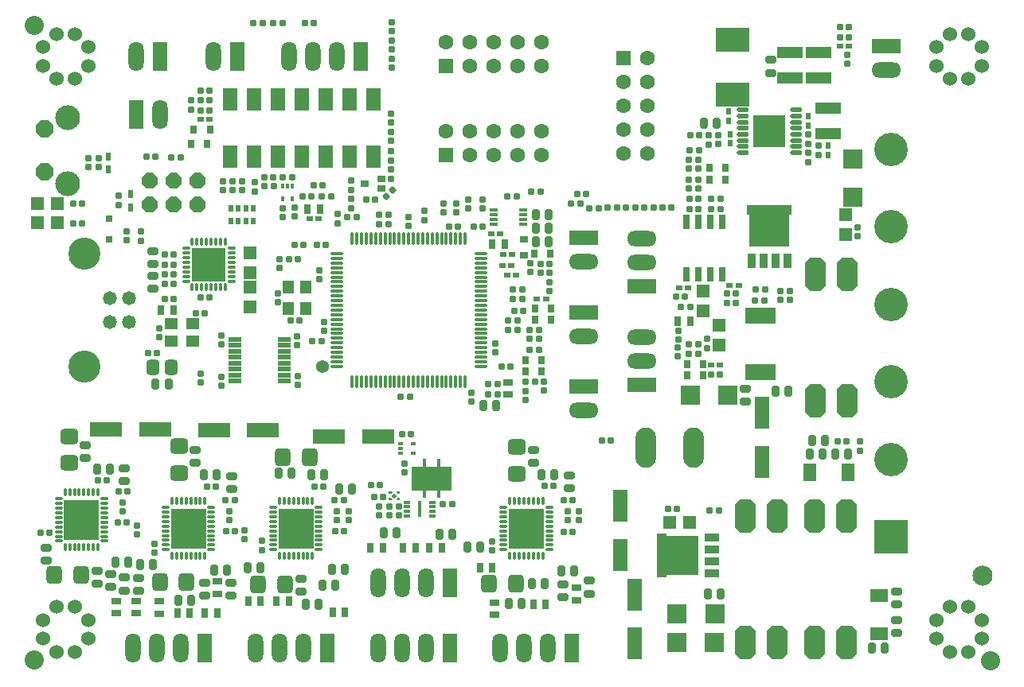
<source format=gts>
G04*
G04 #@! TF.GenerationSoftware,Altium Limited,Altium Designer,21.0.8 (223)*
G04*
G04 Layer_Color=8388736*
%FSLAX25Y25*%
%MOIN*%
G70*
G04*
G04 #@! TF.SameCoordinates,9996C82E-4A36-4C5B-9496-8E533FBA6DEC*
G04*
G04*
G04 #@! TF.FilePolarity,Negative*
G04*
G01*
G75*
%ADD18C,0.03000*%
%ADD101C,0.06306*%
%ADD102R,0.04600X0.01300*%
%ADD103R,0.05300X0.01700*%
%ADD104R,0.16800X0.10400*%
%ADD105O,0.05124X0.01975*%
%ADD106R,0.13392X0.13392*%
%ADD107R,0.13900X0.09900*%
%ADD108R,0.10636X0.04731*%
%ADD109R,0.02368X0.02565*%
G04:AMPARAMS|DCode=110|XSize=26mil|YSize=28mil|CornerRadius=6.4mil|HoleSize=0mil|Usage=FLASHONLY|Rotation=90.000|XOffset=0mil|YOffset=0mil|HoleType=Round|Shape=RoundedRectangle|*
%AMROUNDEDRECTD110*
21,1,0.02600,0.01520,0,0,90.0*
21,1,0.01320,0.02800,0,0,90.0*
1,1,0.01280,0.00760,0.00660*
1,1,0.01280,0.00760,-0.00660*
1,1,0.01280,-0.00760,-0.00660*
1,1,0.01280,-0.00760,0.00660*
%
%ADD110ROUNDEDRECTD110*%
G04:AMPARAMS|DCode=111|XSize=26mil|YSize=28mil|CornerRadius=6.4mil|HoleSize=0mil|Usage=FLASHONLY|Rotation=0.000|XOffset=0mil|YOffset=0mil|HoleType=Round|Shape=RoundedRectangle|*
%AMROUNDEDRECTD111*
21,1,0.02600,0.01520,0,0,0.0*
21,1,0.01320,0.02800,0,0,0.0*
1,1,0.01280,0.00660,-0.00760*
1,1,0.01280,-0.00660,-0.00760*
1,1,0.01280,-0.00660,0.00760*
1,1,0.01280,0.00660,0.00760*
%
%ADD111ROUNDEDRECTD111*%
G04:AMPARAMS|DCode=112|XSize=33.13mil|YSize=43.37mil|CornerRadius=7.83mil|HoleSize=0mil|Usage=FLASHONLY|Rotation=90.000|XOffset=0mil|YOffset=0mil|HoleType=Round|Shape=RoundedRectangle|*
%AMROUNDEDRECTD112*
21,1,0.03313,0.02772,0,0,90.0*
21,1,0.01748,0.04337,0,0,90.0*
1,1,0.01565,0.01386,0.00874*
1,1,0.01565,0.01386,-0.00874*
1,1,0.01565,-0.01386,-0.00874*
1,1,0.01565,-0.01386,0.00874*
%
%ADD112ROUNDEDRECTD112*%
G04:AMPARAMS|DCode=113|XSize=33.13mil|YSize=43.37mil|CornerRadius=7.83mil|HoleSize=0mil|Usage=FLASHONLY|Rotation=0.000|XOffset=0mil|YOffset=0mil|HoleType=Round|Shape=RoundedRectangle|*
%AMROUNDEDRECTD113*
21,1,0.03313,0.02772,0,0,0.0*
21,1,0.01748,0.04337,0,0,0.0*
1,1,0.01565,0.00874,-0.01386*
1,1,0.01565,-0.00874,-0.01386*
1,1,0.01565,-0.00874,0.01386*
1,1,0.01565,0.00874,0.01386*
%
%ADD113ROUNDEDRECTD113*%
%ADD114R,0.02565X0.02368*%
%ADD115R,0.03038X0.03865*%
%ADD116R,0.03200X0.06000*%
%ADD117R,0.06000X0.03200*%
G04:AMPARAMS|DCode=118|XSize=26mil|YSize=28mil|CornerRadius=6.4mil|HoleSize=0mil|Usage=FLASHONLY|Rotation=225.000|XOffset=0mil|YOffset=0mil|HoleType=Round|Shape=RoundedRectangle|*
%AMROUNDEDRECTD118*
21,1,0.02600,0.01520,0,0,225.0*
21,1,0.01320,0.02800,0,0,225.0*
1,1,0.01280,-0.01004,0.00071*
1,1,0.01280,-0.00071,0.01004*
1,1,0.01280,0.01004,-0.00071*
1,1,0.01280,0.00071,-0.01004*
%
%ADD118ROUNDEDRECTD118*%
%ADD119R,0.06306X0.09573*%
%ADD120R,0.03550X0.01565*%
%ADD121R,0.05833X0.07487*%
%ADD122R,0.02400X0.03200*%
%ADD123R,0.05400X0.01900*%
%ADD124R,0.08300X0.08300*%
G04:AMPARAMS|DCode=125|XSize=80mil|YSize=80mil|CornerRadius=40mil|HoleSize=0mil|Usage=FLASHONLY|Rotation=0.000|XOffset=0mil|YOffset=0mil|HoleType=Round|Shape=RoundedRectangle|*
%AMROUNDEDRECTD125*
21,1,0.08000,0.00000,0,0,0.0*
21,1,0.00000,0.08000,0,0,0.0*
1,1,0.08000,0.00000,0.00000*
1,1,0.08000,0.00000,0.00000*
1,1,0.08000,0.00000,0.00000*
1,1,0.08000,0.00000,0.00000*
%
%ADD125ROUNDEDRECTD125*%
%ADD126R,0.13000X0.06700*%
G04:AMPARAMS|DCode=127|XSize=56mil|YSize=64mil|CornerRadius=15mil|HoleSize=0mil|Usage=FLASHONLY|Rotation=180.000|XOffset=0mil|YOffset=0mil|HoleType=Round|Shape=RoundedRectangle|*
%AMROUNDEDRECTD127*
21,1,0.05600,0.03400,0,0,180.0*
21,1,0.02600,0.06400,0,0,180.0*
1,1,0.03000,-0.01300,0.01700*
1,1,0.03000,0.01300,0.01700*
1,1,0.03000,0.01300,-0.01700*
1,1,0.03000,-0.01300,-0.01700*
%
%ADD127ROUNDEDRECTD127*%
%ADD128R,0.05600X0.04600*%
%ADD129R,0.02400X0.03000*%
%ADD130O,0.01384X0.05518*%
%ADD131O,0.05518X0.01384*%
%ADD132R,0.02800X0.02800*%
%ADD133C,0.06000*%
G04:AMPARAMS|DCode=134|XSize=67mil|YSize=75mil|CornerRadius=17.75mil|HoleSize=0mil|Usage=FLASHONLY|Rotation=90.000|XOffset=0mil|YOffset=0mil|HoleType=Round|Shape=RoundedRectangle|*
%AMROUNDEDRECTD134*
21,1,0.06700,0.03950,0,0,90.0*
21,1,0.03150,0.07500,0,0,90.0*
1,1,0.03550,0.01975,0.01575*
1,1,0.03550,0.01975,-0.01575*
1,1,0.03550,-0.01975,-0.01575*
1,1,0.03550,-0.01975,0.01575*
%
%ADD134ROUNDEDRECTD134*%
%ADD135R,0.13786X0.05912*%
%ADD136R,0.02800X0.06400*%
%ADD137R,0.05200X0.05200*%
G04:AMPARAMS|DCode=138|XSize=54mil|YSize=54mil|CornerRadius=27mil|HoleSize=0mil|Usage=FLASHONLY|Rotation=270.000|XOffset=0mil|YOffset=0mil|HoleType=Round|Shape=RoundedRectangle|*
%AMROUNDEDRECTD138*
21,1,0.05400,0.00000,0,0,270.0*
21,1,0.00000,0.05400,0,0,270.0*
1,1,0.05400,0.00000,0.00000*
1,1,0.05400,0.00000,0.00000*
1,1,0.05400,0.00000,0.00000*
1,1,0.05400,0.00000,0.00000*
%
%ADD138ROUNDEDRECTD138*%
%ADD139R,0.14573X0.16542*%
%ADD140O,0.01384X0.03747*%
%ADD141O,0.03747X0.01384*%
G04:AMPARAMS|DCode=142|XSize=14.96mil|YSize=35.43mil|CornerRadius=6.38mil|HoleSize=0mil|Usage=FLASHONLY|Rotation=180.000|XOffset=0mil|YOffset=0mil|HoleType=Round|Shape=RoundedRectangle|*
%AMROUNDEDRECTD142*
21,1,0.01496,0.02268,0,0,180.0*
21,1,0.00221,0.03543,0,0,180.0*
1,1,0.01276,-0.00110,0.01134*
1,1,0.01276,0.00110,0.01134*
1,1,0.01276,0.00110,-0.01134*
1,1,0.01276,-0.00110,-0.01134*
%
%ADD142ROUNDEDRECTD142*%
G04:AMPARAMS|DCode=143|XSize=14.96mil|YSize=35.43mil|CornerRadius=6.38mil|HoleSize=0mil|Usage=FLASHONLY|Rotation=270.000|XOffset=0mil|YOffset=0mil|HoleType=Round|Shape=RoundedRectangle|*
%AMROUNDEDRECTD143*
21,1,0.01496,0.02268,0,0,270.0*
21,1,0.00221,0.03543,0,0,270.0*
1,1,0.01276,-0.01134,-0.00110*
1,1,0.01276,-0.01134,0.00110*
1,1,0.01276,0.01134,0.00110*
1,1,0.01276,0.01134,-0.00110*
%
%ADD143ROUNDEDRECTD143*%
%ADD144R,0.14100X0.14100*%
%ADD145R,0.02762X0.03550*%
%ADD146R,0.03550X0.02565*%
%ADD147R,0.02565X0.01384*%
%ADD148R,0.01187X0.06699*%
%ADD149R,0.02172X0.01581*%
%ADD150R,0.08471X0.08471*%
%ADD151O,0.01502X0.03550*%
%ADD152O,0.03550X0.01502*%
%ADD153P,0.02132X4X180.0*%
%ADD154R,0.01581X0.02172*%
%ADD155R,0.03865X0.03038*%
%ADD156R,0.05912X0.13786*%
G04:AMPARAMS|DCode=157|XSize=67mil|YSize=75mil|CornerRadius=17.75mil|HoleSize=0mil|Usage=FLASHONLY|Rotation=180.000|XOffset=0mil|YOffset=0mil|HoleType=Round|Shape=RoundedRectangle|*
%AMROUNDEDRECTD157*
21,1,0.06700,0.03950,0,0,180.0*
21,1,0.03150,0.07500,0,0,180.0*
1,1,0.03550,-0.01575,0.01975*
1,1,0.03550,0.01575,0.01975*
1,1,0.03550,0.01575,-0.01975*
1,1,0.03550,-0.01575,-0.01975*
%
%ADD157ROUNDEDRECTD157*%
%ADD158R,0.05200X0.05200*%
%ADD159R,0.03550X0.02762*%
%ADD160R,0.08300X0.08300*%
%ADD161R,0.04600X0.05600*%
%ADD162R,0.07487X0.05833*%
%ADD163R,0.06306X0.06306*%
%ADD164C,0.06306*%
%ADD165O,0.08650X0.16900*%
%ADD166R,0.06306X0.06306*%
G04:AMPARAMS|DCode=167|XSize=137mil|YSize=87mil|CornerRadius=0mil|HoleSize=0mil|Usage=FLASHONLY|Rotation=270.000|XOffset=0mil|YOffset=0mil|HoleType=Round|Shape=Octagon|*
%AMOCTAGOND167*
4,1,8,-0.02175,-0.06850,0.02175,-0.06850,0.04350,-0.04675,0.04350,0.04675,0.02175,0.06850,-0.02175,0.06850,-0.04350,0.04675,-0.04350,-0.04675,-0.02175,-0.06850,0.0*
%
%ADD167OCTAGOND167*%

%ADD168P,0.07144X8X22.5*%
%ADD169C,0.05800*%
%ADD170C,0.13450*%
%ADD171P,0.08010X8X292.5*%
%ADD172C,0.10400*%
%ADD173R,0.12400X0.06400*%
%ADD174O,0.12400X0.06400*%
%ADD175R,0.06400X0.12400*%
%ADD176O,0.06400X0.12400*%
%ADD177O,0.13998X0.14000*%
%ADD178R,0.13998X0.14000*%
%ADD179C,0.08400*%
G36*
X323523Y193438D02*
X322539D01*
Y180052D01*
X306003D01*
Y193438D01*
X305019D01*
Y197473D01*
X323523D01*
Y193438D01*
D02*
G37*
G36*
X159724Y76476D02*
X158701D01*
X158110Y77067D01*
Y77500D01*
X159724D01*
Y76476D01*
D02*
G37*
G36*
X156457Y77067D02*
X155866Y76476D01*
X154842D01*
Y77500D01*
X156457D01*
Y77067D01*
D02*
G37*
G36*
X159724Y73878D02*
X158110D01*
Y74311D01*
X158701Y74902D01*
X159724D01*
Y73878D01*
D02*
G37*
G36*
X156457Y74311D02*
Y73878D01*
X154842D01*
Y74902D01*
X155866D01*
X156457Y74311D01*
D02*
G37*
G36*
X271156Y59013D02*
X284542D01*
Y42478D01*
X271156D01*
Y41494D01*
X267121D01*
Y59998D01*
X271156D01*
Y59013D01*
D02*
G37*
G54D18*
X318271Y182853D02*
D03*
Y186853D02*
D03*
Y190853D02*
D03*
Y194853D02*
D03*
X310271D02*
D03*
Y190853D02*
D03*
Y186853D02*
D03*
Y182853D02*
D03*
X314271D02*
D03*
Y186853D02*
D03*
Y194853D02*
D03*
Y190853D02*
D03*
X281740Y54746D02*
D03*
X277741D02*
D03*
X273741D02*
D03*
X269741D02*
D03*
Y46746D02*
D03*
X273741D02*
D03*
X277741D02*
D03*
X281740D02*
D03*
Y50746D02*
D03*
X277741D02*
D03*
X269741D02*
D03*
X273741D02*
D03*
X208227Y68480D02*
D03*
X216888Y55487D02*
D03*
X212558D02*
D03*
X208227D02*
D03*
X216888Y59818D02*
D03*
X212558D02*
D03*
X208227D02*
D03*
X216888Y64149D02*
D03*
X212558D02*
D03*
X208227D02*
D03*
X216888Y68480D02*
D03*
X212558D02*
D03*
X79658Y172578D02*
D03*
Y176318D02*
D03*
X75889Y176354D02*
D03*
X75937Y172578D02*
D03*
X75917Y168739D02*
D03*
X79658Y168838D02*
D03*
X83398D02*
D03*
Y172578D02*
D03*
Y176318D02*
D03*
X26420Y72079D02*
D03*
X30750D02*
D03*
X22089Y67749D02*
D03*
X26420D02*
D03*
X30750D02*
D03*
X22089Y63418D02*
D03*
X26420D02*
D03*
X30750D02*
D03*
X22089Y59087D02*
D03*
X26420D02*
D03*
X30750D02*
D03*
X22089Y72079D02*
D03*
X71157Y68480D02*
D03*
X75488D02*
D03*
X66827Y64149D02*
D03*
X71157D02*
D03*
X75488D02*
D03*
X66827Y59818D02*
D03*
X71157D02*
D03*
X75488D02*
D03*
X66827Y55487D02*
D03*
X71157D02*
D03*
X75488D02*
D03*
X66827Y68480D02*
D03*
X116157D02*
D03*
X120488D02*
D03*
X111827Y64149D02*
D03*
X116157D02*
D03*
X120488D02*
D03*
X111827Y59818D02*
D03*
X116157D02*
D03*
X120488D02*
D03*
X111827Y55487D02*
D03*
X116157D02*
D03*
X120488D02*
D03*
X111827Y68480D02*
D03*
G54D101*
X263326Y259149D02*
D03*
Y249149D02*
D03*
Y239149D02*
D03*
Y229149D02*
D03*
Y219149D02*
D03*
G54D102*
X111070Y141332D02*
D03*
X111070Y138832D02*
D03*
X111070Y136332D02*
D03*
X111070Y133832D02*
D03*
X111070Y131332D02*
D03*
X111070Y128832D02*
D03*
Y126332D02*
D03*
X111070Y123832D02*
D03*
X90670D02*
D03*
X90670Y126332D02*
D03*
Y128832D02*
D03*
X90670Y131332D02*
D03*
X90670Y133832D02*
D03*
Y136332D02*
D03*
X90670Y138832D02*
D03*
X90670Y141332D02*
D03*
G54D103*
X111120Y141332D02*
D03*
X111120Y138832D02*
D03*
X111120Y136332D02*
D03*
X111120Y133832D02*
D03*
X111120Y131332D02*
D03*
X111120Y128832D02*
D03*
X111120Y126332D02*
D03*
X111120Y123832D02*
D03*
X90620Y123832D02*
D03*
X90620Y126332D02*
D03*
Y128832D02*
D03*
X90620Y131332D02*
D03*
X90620Y133832D02*
D03*
Y136332D02*
D03*
X90620Y138832D02*
D03*
Y141332D02*
D03*
G54D104*
X172933Y82967D02*
D03*
G54D105*
X303112Y237435D02*
D03*
Y234876D02*
D03*
Y232316D02*
D03*
Y229757D02*
D03*
Y227198D02*
D03*
Y224639D02*
D03*
Y222080D02*
D03*
Y219521D02*
D03*
X325553Y237435D02*
D03*
Y234876D02*
D03*
Y232316D02*
D03*
Y229757D02*
D03*
Y227198D02*
D03*
Y224639D02*
D03*
Y222080D02*
D03*
Y219521D02*
D03*
G54D106*
X314332Y228478D02*
D03*
G54D107*
X298780Y243972D02*
D03*
Y266972D02*
D03*
G54D108*
X339100Y227685D02*
D03*
Y238315D02*
D03*
X334900Y261415D02*
D03*
Y250785D02*
D03*
X323100Y261415D02*
D03*
Y250785D02*
D03*
G54D109*
X298100Y223430D02*
D03*
Y227200D02*
D03*
X330500Y234770D02*
D03*
Y231000D02*
D03*
X297358Y232973D02*
D03*
Y236742D02*
D03*
X339100Y222373D02*
D03*
Y218603D02*
D03*
G54D110*
X293100Y227000D02*
D03*
Y223210D02*
D03*
X330600Y227090D02*
D03*
Y223300D02*
D03*
X334900Y222400D02*
D03*
Y218610D02*
D03*
X330700Y219400D02*
D03*
Y215610D02*
D03*
X289035Y223003D02*
D03*
Y226793D02*
D03*
X194118Y199964D02*
D03*
Y196175D02*
D03*
X93683Y207573D02*
D03*
Y203833D02*
D03*
X89583Y207573D02*
D03*
Y203833D02*
D03*
X159153Y67421D02*
D03*
Y71161D02*
D03*
X155118Y67421D02*
D03*
Y71161D02*
D03*
X151083Y67421D02*
D03*
Y71161D02*
D03*
X115650Y192776D02*
D03*
Y196516D02*
D03*
X276181Y141280D02*
D03*
Y145020D02*
D03*
X43758Y72848D02*
D03*
Y69108D02*
D03*
X84925Y142818D02*
D03*
Y139078D02*
D03*
X116717Y142660D02*
D03*
Y138920D02*
D03*
X116815Y122143D02*
D03*
Y125883D02*
D03*
X85024Y121854D02*
D03*
Y125594D02*
D03*
X101957Y53008D02*
D03*
Y56748D02*
D03*
X45110Y182708D02*
D03*
Y186448D02*
D03*
X108458Y160648D02*
D03*
Y156908D02*
D03*
X56858Y51908D02*
D03*
Y55648D02*
D03*
X169961Y191319D02*
D03*
Y195059D02*
D03*
X88358Y69148D02*
D03*
Y65408D02*
D03*
X133358Y69248D02*
D03*
Y65508D02*
D03*
X156265Y262846D02*
D03*
Y266586D02*
D03*
X284510Y216683D02*
D03*
Y212943D02*
D03*
X198357Y52808D02*
D03*
Y56548D02*
D03*
X229857Y69248D02*
D03*
Y65508D02*
D03*
X189606Y118780D02*
D03*
Y115040D02*
D03*
X58957Y142208D02*
D03*
Y145948D02*
D03*
X109291Y171201D02*
D03*
Y174941D02*
D03*
X126060Y170139D02*
D03*
Y166399D02*
D03*
X199657Y135735D02*
D03*
Y139475D02*
D03*
X29357Y217248D02*
D03*
Y213508D02*
D03*
X352383Y98403D02*
D03*
Y94613D02*
D03*
X99083Y207103D02*
D03*
Y203313D02*
D03*
X85583Y207603D02*
D03*
Y203813D02*
D03*
X51110Y182679D02*
D03*
Y186469D02*
D03*
X72183Y237703D02*
D03*
Y241493D02*
D03*
X347087Y260561D02*
D03*
Y256772D02*
D03*
X163268Y192569D02*
D03*
Y188779D02*
D03*
X76183Y123203D02*
D03*
Y126993D02*
D03*
X351383Y188303D02*
D03*
Y184513D02*
D03*
X41955Y201389D02*
D03*
Y197599D02*
D03*
X33457Y213478D02*
D03*
Y217268D02*
D03*
X280510Y212913D02*
D03*
Y216702D02*
D03*
X150787Y189635D02*
D03*
Y193425D02*
D03*
X280461Y204462D02*
D03*
Y208252D02*
D03*
X284561D02*
D03*
Y204462D02*
D03*
X110728Y196191D02*
D03*
Y192402D02*
D03*
X234658Y69278D02*
D03*
Y65488D02*
D03*
X49558Y63178D02*
D03*
Y59388D02*
D03*
X138157Y69278D02*
D03*
Y65488D02*
D03*
X94458Y61178D02*
D03*
Y57388D02*
D03*
X177957Y198178D02*
D03*
Y194388D02*
D03*
X183403Y198278D02*
D03*
Y194488D02*
D03*
X188119Y199932D02*
D03*
Y196142D02*
D03*
X154823Y189635D02*
D03*
Y193425D02*
D03*
X318983Y157803D02*
D03*
Y161593D02*
D03*
X323083Y157803D02*
D03*
Y161593D02*
D03*
X288357Y137678D02*
D03*
Y141468D02*
D03*
X156024Y216328D02*
D03*
Y220118D02*
D03*
Y235916D02*
D03*
Y232126D02*
D03*
X156102Y228239D02*
D03*
Y224449D02*
D03*
X139409Y200128D02*
D03*
Y196339D02*
D03*
Y207805D02*
D03*
Y204016D02*
D03*
X133543Y193790D02*
D03*
Y190000D02*
D03*
X156260Y258869D02*
D03*
Y255079D02*
D03*
X156181Y270580D02*
D03*
Y274370D02*
D03*
X218057Y145178D02*
D03*
Y141388D02*
D03*
X213958Y145178D02*
D03*
Y141388D02*
D03*
X212357Y115778D02*
D03*
Y119568D02*
D03*
X214357Y169378D02*
D03*
Y173168D02*
D03*
X275925Y134163D02*
D03*
Y137953D02*
D03*
X222220Y161525D02*
D03*
Y165315D02*
D03*
X219921Y123632D02*
D03*
Y119843D02*
D03*
X127855Y144714D02*
D03*
Y148504D02*
D03*
X156004Y208631D02*
D03*
Y212421D02*
D03*
X161713Y85403D02*
D03*
Y89193D02*
D03*
G54D111*
X284850Y220503D02*
D03*
X281060D02*
D03*
X285000Y226900D02*
D03*
X281210D02*
D03*
X208508Y201279D02*
D03*
X204718D02*
D03*
X214724Y203189D02*
D03*
X218514D02*
D03*
X103013Y209303D02*
D03*
X106753D02*
D03*
X177756Y72342D02*
D03*
X181496D02*
D03*
X160630Y101378D02*
D03*
X164370D02*
D03*
X149016Y75197D02*
D03*
X152756D02*
D03*
X98364Y273828D02*
D03*
X102104D02*
D03*
X53588Y217928D02*
D03*
X57328D02*
D03*
X45428Y64578D02*
D03*
X41688D02*
D03*
X9206Y60302D02*
D03*
X12946D02*
D03*
X36928Y82278D02*
D03*
X33187D02*
D03*
X41987Y77378D02*
D03*
X45728D02*
D03*
X312106Y157677D02*
D03*
X308366D02*
D03*
X232028Y60578D02*
D03*
X228288D02*
D03*
X65027Y158078D02*
D03*
X61287D02*
D03*
X223927Y79778D02*
D03*
X220187D02*
D03*
X136427Y60978D02*
D03*
X132687D02*
D03*
X90527Y60778D02*
D03*
X86787D02*
D03*
X117620Y149098D02*
D03*
X113880D02*
D03*
X127628Y79678D02*
D03*
X123888D02*
D03*
X82528D02*
D03*
X78787D02*
D03*
X258169Y196378D02*
D03*
X254429D02*
D03*
X228187Y73878D02*
D03*
X231927D02*
D03*
X132387D02*
D03*
X136127D02*
D03*
X86725Y73778D02*
D03*
X90465D02*
D03*
X244187Y98778D02*
D03*
X247927D02*
D03*
X65027Y176878D02*
D03*
X61287D02*
D03*
X65027Y164478D02*
D03*
X61287D02*
D03*
X79893Y158757D02*
D03*
X76153D02*
D03*
X74287Y152278D02*
D03*
X78027D02*
D03*
X54287Y135578D02*
D03*
X58027D02*
D03*
X160039Y117126D02*
D03*
X163779D02*
D03*
X207087Y162078D02*
D03*
X210827D02*
D03*
X117058Y174865D02*
D03*
X113268D02*
D03*
X151408Y80118D02*
D03*
X147618D02*
D03*
X106783Y205403D02*
D03*
X102993D02*
D03*
X26683Y198078D02*
D03*
X22893D02*
D03*
X67883Y217503D02*
D03*
X64093D02*
D03*
X347758Y267923D02*
D03*
X343968D02*
D03*
X76283Y245503D02*
D03*
X80072D02*
D03*
X76283Y241403D02*
D03*
X80072D02*
D03*
X80083Y237203D02*
D03*
X76293D02*
D03*
X293158Y69678D02*
D03*
X289368D02*
D03*
X271858Y70278D02*
D03*
X275647D02*
D03*
X26658Y189978D02*
D03*
X22868D02*
D03*
X65057Y172578D02*
D03*
X61268D02*
D03*
X65057Y168478D02*
D03*
X61268D02*
D03*
X180285Y188484D02*
D03*
X184075D02*
D03*
X114483Y209303D02*
D03*
X110693D02*
D03*
X127294Y206004D02*
D03*
X123504D02*
D03*
X118957Y201178D02*
D03*
X122747D02*
D03*
X130837Y201339D02*
D03*
X127047D02*
D03*
X343927Y272047D02*
D03*
X347717D02*
D03*
X300257Y156478D02*
D03*
X296468D02*
D03*
X312457Y162278D02*
D03*
X308668D02*
D03*
X300257Y160378D02*
D03*
X296468D02*
D03*
X284583Y196003D02*
D03*
X280793D02*
D03*
X293883D02*
D03*
X290093D02*
D03*
X280783Y200303D02*
D03*
X284573D02*
D03*
X290083D02*
D03*
X293872D02*
D03*
X281183Y154903D02*
D03*
X277393D02*
D03*
X289957Y126378D02*
D03*
X293747D02*
D03*
X280757Y135178D02*
D03*
X284547D02*
D03*
X284558Y139178D02*
D03*
X280768D02*
D03*
X110522Y273819D02*
D03*
X106732D02*
D03*
X123593D02*
D03*
X119803D02*
D03*
X128647Y180878D02*
D03*
X124857D02*
D03*
X119247D02*
D03*
X115457D02*
D03*
X137765Y192520D02*
D03*
X141555D02*
D03*
X235128Y198110D02*
D03*
X231339D02*
D03*
X217858Y136878D02*
D03*
X214068D02*
D03*
X218558Y172945D02*
D03*
X222347D02*
D03*
X200531Y118199D02*
D03*
X196741D02*
D03*
X208857Y145328D02*
D03*
X205068D02*
D03*
X190574Y188508D02*
D03*
X194364D02*
D03*
X206058Y129728D02*
D03*
X202268D02*
D03*
X208857Y149228D02*
D03*
X205068D02*
D03*
X216158Y123578D02*
D03*
X212368D02*
D03*
X207057Y158278D02*
D03*
X210847D02*
D03*
X218558Y169060D02*
D03*
X222347D02*
D03*
X196757Y122378D02*
D03*
X200547D02*
D03*
X211357Y153278D02*
D03*
X207568D02*
D03*
X275265Y159038D02*
D03*
X279055D02*
D03*
X269557Y196378D02*
D03*
X273346D02*
D03*
X262010D02*
D03*
X265800D02*
D03*
X246683D02*
D03*
X250472D02*
D03*
X237609Y202284D02*
D03*
X233819D02*
D03*
X242834Y196299D02*
D03*
X239044D02*
D03*
X126821Y140630D02*
D03*
X123031D02*
D03*
X149242Y199902D02*
D03*
X145453D02*
D03*
X342783Y98503D02*
D03*
X346572D02*
D03*
G54D112*
X314900Y258377D02*
D03*
Y253023D02*
D03*
X56157Y167755D02*
D03*
Y162401D02*
D03*
X44357Y87255D02*
D03*
Y81901D02*
D03*
X215558Y94955D02*
D03*
Y89601D02*
D03*
X227857Y38678D02*
D03*
Y33324D02*
D03*
X239057Y40055D02*
D03*
Y34701D02*
D03*
X230658Y84255D02*
D03*
Y78901D02*
D03*
X118283Y35526D02*
D03*
Y40880D02*
D03*
X77983Y33926D02*
D03*
Y39280D02*
D03*
X73958Y94855D02*
D03*
Y89501D02*
D03*
X88783Y33926D02*
D03*
Y39280D02*
D03*
X89258Y83855D02*
D03*
Y78501D02*
D03*
X304358Y120655D02*
D03*
Y115301D02*
D03*
X32958Y44155D02*
D03*
Y38801D02*
D03*
X11499Y48505D02*
D03*
Y53860D02*
D03*
X38658Y37401D02*
D03*
Y42755D02*
D03*
X27957Y96755D02*
D03*
Y91401D02*
D03*
X44408Y36024D02*
D03*
Y41378D02*
D03*
X50208Y41355D02*
D03*
Y36001D02*
D03*
X56158Y172900D02*
D03*
Y178255D02*
D03*
X367758Y35455D02*
D03*
Y30101D02*
D03*
Y23655D02*
D03*
Y18301D02*
D03*
G54D113*
X292135Y231742D02*
D03*
X286781D02*
D03*
X221895Y182278D02*
D03*
X216541D02*
D03*
X222008Y193504D02*
D03*
X216653D02*
D03*
X221895Y187828D02*
D03*
X216541D02*
D03*
X57430Y122678D02*
D03*
X62785D02*
D03*
X288580Y34378D02*
D03*
X293935D02*
D03*
X214880Y38878D02*
D03*
X220235D02*
D03*
X193335Y54278D02*
D03*
X187980D02*
D03*
X210635Y30678D02*
D03*
X205280D02*
D03*
X224235Y84478D02*
D03*
X218880D02*
D03*
X227280Y44078D02*
D03*
X232635D02*
D03*
X96080Y45478D02*
D03*
X101435D02*
D03*
X127180Y38178D02*
D03*
X132535D02*
D03*
X108780Y85078D02*
D03*
X114135D02*
D03*
X158287Y60138D02*
D03*
X152933D02*
D03*
X181635Y59678D02*
D03*
X176280D02*
D03*
X134180Y78678D02*
D03*
X139535D02*
D03*
X122580Y84378D02*
D03*
X127935D02*
D03*
X136635Y44778D02*
D03*
X131280D02*
D03*
X77680Y84378D02*
D03*
X83035D02*
D03*
X87435Y44678D02*
D03*
X82080D02*
D03*
X72435Y31978D02*
D03*
X67080D02*
D03*
X56360Y46903D02*
D03*
X51006D02*
D03*
X120280Y30178D02*
D03*
X125635D02*
D03*
X332131Y98928D02*
D03*
X337485D02*
D03*
X331380Y93178D02*
D03*
X336735D02*
D03*
X342080D02*
D03*
X347435D02*
D03*
X322435Y119678D02*
D03*
X317080D02*
D03*
X33080Y86878D02*
D03*
X38435D02*
D03*
X46035Y47878D02*
D03*
X40680D02*
D03*
X199823Y113386D02*
D03*
X194468D02*
D03*
X362735Y11778D02*
D03*
X357380D02*
D03*
G54D114*
X197832Y185681D02*
D03*
X201572D02*
D03*
X202661Y172129D02*
D03*
X206432D02*
D03*
X202888Y176794D02*
D03*
X206658D02*
D03*
X293727Y130678D02*
D03*
X289957D02*
D03*
X220846Y158071D02*
D03*
X217076D02*
D03*
X204512Y168192D02*
D03*
X208282D02*
D03*
X80053Y233403D02*
D03*
X76313D02*
D03*
X121987Y192032D02*
D03*
X125728D02*
D03*
X297713Y163903D02*
D03*
X301483D02*
D03*
X280353Y162803D02*
D03*
X276613D02*
D03*
X347697Y264213D02*
D03*
X343957D02*
D03*
G54D115*
X203445Y181220D02*
D03*
X198209D02*
D03*
X64976Y153478D02*
D03*
X59739D02*
D03*
X275925Y148819D02*
D03*
X281161D02*
D03*
X215439Y30278D02*
D03*
X220676D02*
D03*
X171939Y53778D02*
D03*
X177176D02*
D03*
X161039D02*
D03*
X166276D02*
D03*
X147339D02*
D03*
X152576D02*
D03*
X126276Y196032D02*
D03*
X121039D02*
D03*
X113201Y31403D02*
D03*
X107965D02*
D03*
X198376Y45578D02*
D03*
X193139D02*
D03*
X66465Y26603D02*
D03*
X71701D02*
D03*
X78065Y26503D02*
D03*
X83301D02*
D03*
X96165Y31403D02*
D03*
X101401D02*
D03*
X131465Y27003D02*
D03*
X136701D02*
D03*
G54D116*
X306771Y174314D02*
D03*
X311771D02*
D03*
X316771D02*
D03*
X321771D02*
D03*
G54D117*
X290280Y43246D02*
D03*
Y48246D02*
D03*
Y53246D02*
D03*
Y58246D02*
D03*
G54D118*
X154070Y201117D02*
D03*
X156750Y203797D02*
D03*
G54D119*
X88583Y217854D02*
D03*
Y241752D02*
D03*
X98583Y217854D02*
D03*
Y241752D02*
D03*
X108583Y217854D02*
D03*
Y241752D02*
D03*
X118583Y217854D02*
D03*
Y241752D02*
D03*
X128583Y217854D02*
D03*
Y241752D02*
D03*
X138583Y217854D02*
D03*
Y241752D02*
D03*
X148583Y217854D02*
D03*
Y241752D02*
D03*
G54D120*
X198804Y195484D02*
D03*
Y193516D02*
D03*
Y191547D02*
D03*
Y189579D02*
D03*
X211403Y195484D02*
D03*
Y193516D02*
D03*
Y191547D02*
D03*
Y189579D02*
D03*
G54D121*
X331147Y85378D02*
D03*
X347368D02*
D03*
G54D122*
X37657Y212422D02*
D03*
Y217934D02*
D03*
X46975Y202147D02*
D03*
Y196635D02*
D03*
G54D123*
X111170Y141332D02*
D03*
Y138832D02*
D03*
X90634Y123782D02*
D03*
X111170Y126282D02*
D03*
X90634D02*
D03*
Y131282D02*
D03*
X111170Y123782D02*
D03*
X90634Y128782D02*
D03*
X111170D02*
D03*
X111170Y131282D02*
D03*
X111170Y136332D02*
D03*
X90634Y133832D02*
D03*
Y136332D02*
D03*
Y141332D02*
D03*
X111170Y133832D02*
D03*
X90634Y138832D02*
D03*
G54D124*
X296932Y117878D02*
D03*
X281157D02*
D03*
X275729Y26346D02*
D03*
X291503D02*
D03*
X291413Y14361D02*
D03*
X275639D02*
D03*
G54D125*
X6480Y6795D02*
D03*
X406776Y6401D02*
D03*
X6480Y272838D02*
D03*
G54D126*
X310591Y127386D02*
D03*
Y151097D02*
D03*
G54D127*
X56358Y129578D02*
D03*
X63898D02*
D03*
G54D128*
X63930Y140436D02*
D03*
X73058D02*
D03*
Y147778D02*
D03*
X63930D02*
D03*
G54D129*
X98409Y190807D02*
D03*
X95260D02*
D03*
X92085D02*
D03*
X88885D02*
D03*
Y196165D02*
D03*
X92085D02*
D03*
X95260D02*
D03*
X98409D02*
D03*
G54D130*
X186958Y183696D02*
D03*
X184990D02*
D03*
X183021D02*
D03*
X181053D02*
D03*
X179084D02*
D03*
X177116D02*
D03*
X175147D02*
D03*
X173179D02*
D03*
X171210D02*
D03*
X169242D02*
D03*
X167273D02*
D03*
X165305D02*
D03*
X163336D02*
D03*
X161368D02*
D03*
X159399D02*
D03*
X157431D02*
D03*
X155462D02*
D03*
X153494D02*
D03*
X151525D02*
D03*
X149557D02*
D03*
X147588D02*
D03*
X145620D02*
D03*
X143651D02*
D03*
X141683D02*
D03*
X139714D02*
D03*
Y123460D02*
D03*
X141683D02*
D03*
X143651D02*
D03*
X145620D02*
D03*
X147588D02*
D03*
X149557D02*
D03*
X151525D02*
D03*
X153494D02*
D03*
X155462D02*
D03*
X157431D02*
D03*
X159399D02*
D03*
X161368D02*
D03*
X163336D02*
D03*
X165305D02*
D03*
X167273D02*
D03*
X169242D02*
D03*
X171210D02*
D03*
X173179D02*
D03*
X175147D02*
D03*
X177116D02*
D03*
X179084D02*
D03*
X181053D02*
D03*
X183021D02*
D03*
X184990D02*
D03*
X186958D02*
D03*
G54D131*
X133218Y177200D02*
D03*
Y175232D02*
D03*
Y173263D02*
D03*
Y171294D02*
D03*
Y169326D02*
D03*
Y167358D02*
D03*
Y165389D02*
D03*
Y163420D02*
D03*
Y161452D02*
D03*
Y159484D02*
D03*
Y157515D02*
D03*
Y155546D02*
D03*
Y153578D02*
D03*
Y151609D02*
D03*
Y149641D02*
D03*
Y147672D02*
D03*
Y145704D02*
D03*
Y143735D02*
D03*
Y141767D02*
D03*
Y139798D02*
D03*
Y137830D02*
D03*
Y135861D02*
D03*
Y133893D02*
D03*
Y131924D02*
D03*
Y129956D02*
D03*
X193454D02*
D03*
Y131924D02*
D03*
Y133893D02*
D03*
Y135861D02*
D03*
Y137830D02*
D03*
Y139798D02*
D03*
Y141767D02*
D03*
Y143735D02*
D03*
Y145704D02*
D03*
Y147672D02*
D03*
Y149641D02*
D03*
Y151609D02*
D03*
Y153578D02*
D03*
Y155546D02*
D03*
Y157515D02*
D03*
Y159484D02*
D03*
Y161452D02*
D03*
Y163420D02*
D03*
Y165389D02*
D03*
Y167358D02*
D03*
Y169326D02*
D03*
Y171294D02*
D03*
Y173263D02*
D03*
Y175232D02*
D03*
Y177200D02*
D03*
G54D132*
X38075Y183103D02*
D03*
Y191834D02*
D03*
G54D133*
X397721Y10239D02*
D03*
X389846D02*
D03*
X384335Y15751D02*
D03*
Y23625D02*
D03*
X389846Y29137D02*
D03*
X397721D02*
D03*
X403232Y23625D02*
D03*
Y15751D02*
D03*
Y255909D02*
D03*
Y263783D02*
D03*
X397721Y269295D02*
D03*
X389846D02*
D03*
X384335Y263783D02*
D03*
Y255909D02*
D03*
X389846Y250397D02*
D03*
X397721D02*
D03*
X29217Y255909D02*
D03*
Y263783D02*
D03*
X23705Y269295D02*
D03*
X15831D02*
D03*
X10319Y263783D02*
D03*
Y255909D02*
D03*
X15831Y250397D02*
D03*
X23705D02*
D03*
X29217Y15751D02*
D03*
Y23625D02*
D03*
X23705Y29137D02*
D03*
X15831D02*
D03*
X10319Y23625D02*
D03*
Y15751D02*
D03*
X15831Y10239D02*
D03*
X23705D02*
D03*
G54D134*
X21158Y100578D02*
D03*
Y89380D02*
D03*
X208683Y96203D02*
D03*
Y85005D02*
D03*
X67158Y85180D02*
D03*
Y96378D02*
D03*
G54D135*
X57194Y103678D02*
D03*
X36721D02*
D03*
X130085Y100478D02*
D03*
X150557D02*
D03*
X81883Y103303D02*
D03*
X102355D02*
D03*
G54D136*
X289458Y190420D02*
D03*
Y168693D02*
D03*
X294458Y190420D02*
D03*
X284458D02*
D03*
X279458D02*
D03*
X294458Y168693D02*
D03*
X284458D02*
D03*
X279458D02*
D03*
G54D137*
X293357Y147078D02*
D03*
Y138744D02*
D03*
X96933Y177661D02*
D03*
Y169327D02*
D03*
X96835Y154826D02*
D03*
Y163160D02*
D03*
X286483Y153269D02*
D03*
Y161603D02*
D03*
X346383Y185069D02*
D03*
Y193403D02*
D03*
G54D138*
X127323Y129842D02*
D03*
G54D139*
X212558Y61984D02*
D03*
X26420Y65583D02*
D03*
X71157Y61984D02*
D03*
X116157D02*
D03*
G54D140*
X205668Y73499D02*
D03*
X207636D02*
D03*
X209605D02*
D03*
X211573D02*
D03*
X213542D02*
D03*
X215510D02*
D03*
X217479D02*
D03*
X219447D02*
D03*
Y50468D02*
D03*
X217479D02*
D03*
X215510D02*
D03*
X213542D02*
D03*
X211573D02*
D03*
X209605D02*
D03*
X207636D02*
D03*
X205668D02*
D03*
X19530Y54068D02*
D03*
X21498D02*
D03*
X23467D02*
D03*
X25435D02*
D03*
X27404D02*
D03*
X29372D02*
D03*
X31341D02*
D03*
X33310D02*
D03*
Y77099D02*
D03*
X31341D02*
D03*
X29372D02*
D03*
X27404D02*
D03*
X25435D02*
D03*
X23467D02*
D03*
X21498D02*
D03*
X19530D02*
D03*
X64268Y50468D02*
D03*
X66236D02*
D03*
X68205D02*
D03*
X70173D02*
D03*
X72142D02*
D03*
X74110D02*
D03*
X76079D02*
D03*
X78047D02*
D03*
Y73499D02*
D03*
X76079D02*
D03*
X74110D02*
D03*
X72142D02*
D03*
X70173D02*
D03*
X68205D02*
D03*
X66236D02*
D03*
X64268D02*
D03*
X109268Y50468D02*
D03*
X111236D02*
D03*
X113205D02*
D03*
X115173D02*
D03*
X117142D02*
D03*
X119110D02*
D03*
X121079D02*
D03*
X123047D02*
D03*
Y73499D02*
D03*
X121079D02*
D03*
X119110D02*
D03*
X117142D02*
D03*
X115173D02*
D03*
X113205D02*
D03*
X111236D02*
D03*
X109268D02*
D03*
G54D141*
X222125Y70842D02*
D03*
Y68873D02*
D03*
Y66905D02*
D03*
Y64936D02*
D03*
Y62968D02*
D03*
Y60999D02*
D03*
Y59031D02*
D03*
Y57062D02*
D03*
Y55094D02*
D03*
Y53125D02*
D03*
X202990D02*
D03*
Y55094D02*
D03*
Y57062D02*
D03*
Y59031D02*
D03*
Y60999D02*
D03*
Y62968D02*
D03*
Y64936D02*
D03*
Y66905D02*
D03*
Y68873D02*
D03*
Y70842D02*
D03*
X16852Y74442D02*
D03*
Y72473D02*
D03*
Y70505D02*
D03*
Y68536D02*
D03*
Y66568D02*
D03*
Y64599D02*
D03*
Y62631D02*
D03*
Y60662D02*
D03*
Y58694D02*
D03*
Y56725D02*
D03*
X35987D02*
D03*
Y58694D02*
D03*
Y60662D02*
D03*
Y62631D02*
D03*
Y64599D02*
D03*
Y66568D02*
D03*
Y68536D02*
D03*
Y70505D02*
D03*
Y72473D02*
D03*
Y74442D02*
D03*
X61590Y70842D02*
D03*
Y68873D02*
D03*
Y66905D02*
D03*
Y64936D02*
D03*
Y62968D02*
D03*
Y60999D02*
D03*
Y59031D02*
D03*
Y57062D02*
D03*
Y55094D02*
D03*
Y53125D02*
D03*
X80725D02*
D03*
Y55094D02*
D03*
Y57062D02*
D03*
Y59031D02*
D03*
Y60999D02*
D03*
Y62968D02*
D03*
Y64936D02*
D03*
Y66905D02*
D03*
Y68873D02*
D03*
Y70842D02*
D03*
X106590D02*
D03*
Y68873D02*
D03*
Y66905D02*
D03*
Y64936D02*
D03*
Y62968D02*
D03*
Y60999D02*
D03*
Y59031D02*
D03*
Y57062D02*
D03*
Y55094D02*
D03*
Y53125D02*
D03*
X125725D02*
D03*
Y55094D02*
D03*
Y57062D02*
D03*
Y59031D02*
D03*
Y60999D02*
D03*
Y62968D02*
D03*
Y64936D02*
D03*
Y66905D02*
D03*
Y68873D02*
D03*
Y70842D02*
D03*
G54D142*
X72768Y163129D02*
D03*
X74736D02*
D03*
X76705D02*
D03*
X78673D02*
D03*
X80642D02*
D03*
X82610D02*
D03*
X84579D02*
D03*
X86547D02*
D03*
Y182078D02*
D03*
X84579D02*
D03*
X82610D02*
D03*
X80642D02*
D03*
X78673D02*
D03*
X76705D02*
D03*
X74736D02*
D03*
X72768D02*
D03*
G54D143*
X89106Y165688D02*
D03*
Y167657D02*
D03*
Y169625D02*
D03*
Y171594D02*
D03*
Y173562D02*
D03*
Y175531D02*
D03*
Y177499D02*
D03*
Y179468D02*
D03*
X70157D02*
D03*
Y177499D02*
D03*
Y175531D02*
D03*
Y173562D02*
D03*
Y171594D02*
D03*
Y169625D02*
D03*
Y167657D02*
D03*
Y165688D02*
D03*
G54D144*
X79658Y172578D02*
D03*
G54D145*
X80129Y229203D02*
D03*
X73436D02*
D03*
X222904Y154178D02*
D03*
X216211D02*
D03*
X216011Y177127D02*
D03*
X222704D02*
D03*
X222904Y149578D02*
D03*
X216211D02*
D03*
X212265Y127978D02*
D03*
X218957D02*
D03*
X212211Y132578D02*
D03*
X218904D02*
D03*
X289189Y208187D02*
D03*
X295882D02*
D03*
X280011Y126178D02*
D03*
X286704D02*
D03*
X280011Y130778D02*
D03*
X286704D02*
D03*
X289189Y213087D02*
D03*
X295882D02*
D03*
X72236Y223303D02*
D03*
X78929D02*
D03*
G54D146*
X144783Y206594D02*
D03*
X151870Y208563D02*
D03*
Y204626D02*
D03*
G54D147*
X162716Y73032D02*
D03*
Y71063D02*
D03*
Y69095D02*
D03*
Y67126D02*
D03*
X173110Y73032D02*
D03*
Y71063D02*
D03*
Y69095D02*
D03*
Y67126D02*
D03*
G54D148*
X167913Y70079D02*
D03*
G54D149*
X159843Y97455D02*
D03*
Y95472D02*
D03*
Y93490D02*
D03*
X165157Y93504D02*
D03*
Y97441D02*
D03*
G54D150*
X172933Y83071D02*
D03*
G54D151*
X175886Y76651D02*
D03*
X169980D02*
D03*
Y89491D02*
D03*
X175886D02*
D03*
G54D152*
X166513Y79134D02*
D03*
Y81102D02*
D03*
Y83071D02*
D03*
Y85039D02*
D03*
Y87008D02*
D03*
X179353D02*
D03*
Y85039D02*
D03*
Y83071D02*
D03*
Y81102D02*
D03*
Y79134D02*
D03*
G54D153*
X157283Y75689D02*
D03*
G54D154*
X114567Y200197D02*
D03*
X110630D02*
D03*
X110616Y205512D02*
D03*
X112598D02*
D03*
X114581D02*
D03*
G54D155*
X233457Y37096D02*
D03*
Y31860D02*
D03*
X199357Y30996D02*
D03*
Y25760D02*
D03*
X49383Y31621D02*
D03*
Y26385D02*
D03*
X204958Y118060D02*
D03*
Y123296D02*
D03*
X41083Y31621D02*
D03*
Y26385D02*
D03*
X58883Y31603D02*
D03*
Y26367D02*
D03*
X83383Y39921D02*
D03*
Y34685D02*
D03*
G54D156*
X257958Y34214D02*
D03*
Y13742D02*
D03*
X252058Y71414D02*
D03*
Y50942D02*
D03*
X311157Y110414D02*
D03*
Y89942D02*
D03*
G54D157*
X196958Y38778D02*
D03*
X208156D02*
D03*
X110584Y91903D02*
D03*
X121783D02*
D03*
X70381Y39603D02*
D03*
X59183D02*
D03*
X100283Y38703D02*
D03*
X111481D02*
D03*
X15057Y42678D02*
D03*
X26256D02*
D03*
G54D158*
X16291Y198078D02*
D03*
X7958D02*
D03*
X16291Y190078D02*
D03*
X7958D02*
D03*
X272524Y64578D02*
D03*
X280857D02*
D03*
G54D159*
X211613Y176649D02*
D03*
Y183342D02*
D03*
G54D160*
X349383Y216803D02*
D03*
Y201029D02*
D03*
G54D161*
X113072Y154050D02*
D03*
Y163177D02*
D03*
X120414D02*
D03*
Y154050D02*
D03*
G54D162*
X360357Y17768D02*
D03*
Y33988D02*
D03*
G54D163*
X179058Y255978D02*
D03*
Y218478D02*
D03*
G54D164*
Y265978D02*
D03*
X189058Y255978D02*
D03*
Y265978D02*
D03*
X199057Y255978D02*
D03*
Y265978D02*
D03*
X209057Y255978D02*
D03*
Y265978D02*
D03*
X219057Y255978D02*
D03*
Y265978D02*
D03*
X253326Y219149D02*
D03*
Y229149D02*
D03*
Y239149D02*
D03*
Y249149D02*
D03*
X219057Y228478D02*
D03*
Y218478D02*
D03*
X209057Y228478D02*
D03*
Y218478D02*
D03*
X199057Y228478D02*
D03*
Y218478D02*
D03*
X189058Y228478D02*
D03*
Y218478D02*
D03*
X179058Y228478D02*
D03*
G54D165*
X262757Y95878D02*
D03*
X282757D02*
D03*
G54D166*
X253326Y259149D02*
D03*
G54D167*
X317553Y14117D02*
D03*
X304153D02*
D03*
Y67117D02*
D03*
X317553D02*
D03*
X333658Y168378D02*
D03*
X347058D02*
D03*
Y115378D02*
D03*
X333658D02*
D03*
X346557Y67078D02*
D03*
X333157D02*
D03*
Y14078D02*
D03*
X346557D02*
D03*
G54D168*
X54910Y198034D02*
D03*
Y208034D02*
D03*
X64910Y198034D02*
D03*
Y208034D02*
D03*
X74910Y198034D02*
D03*
Y208034D02*
D03*
G54D169*
X46242Y148547D02*
D03*
Y158468D02*
D03*
X38342D02*
D03*
Y148547D02*
D03*
G54D170*
X27642Y177169D02*
D03*
Y129847D02*
D03*
G54D171*
X10931Y229376D02*
D03*
Y211576D02*
D03*
G54D172*
X20731Y234276D02*
D03*
Y206676D02*
D03*
G54D173*
X260958Y122278D02*
D03*
X236697Y183743D02*
D03*
Y152641D02*
D03*
Y121539D02*
D03*
X363158Y264178D02*
D03*
X261057Y163678D02*
D03*
G54D174*
X260958Y132278D02*
D03*
Y142278D02*
D03*
X236697Y173743D02*
D03*
Y142641D02*
D03*
Y111539D02*
D03*
X363158Y254178D02*
D03*
X261057Y183678D02*
D03*
Y173678D02*
D03*
G54D175*
X91483Y259803D02*
D03*
X143278Y259846D02*
D03*
X78083Y11803D02*
D03*
X129264D02*
D03*
X180445Y39362D02*
D03*
Y11803D02*
D03*
X231665Y11842D02*
D03*
X49383Y235703D02*
D03*
X59383Y259803D02*
D03*
G54D176*
X81483D02*
D03*
X133278Y259846D02*
D03*
X123278D02*
D03*
X113278D02*
D03*
X48083Y11803D02*
D03*
X58083D02*
D03*
X68083D02*
D03*
X99264D02*
D03*
X109264D02*
D03*
X119264D02*
D03*
X150445Y39362D02*
D03*
X160445D02*
D03*
X170445D02*
D03*
X150445Y11803D02*
D03*
X160445D02*
D03*
X170445D02*
D03*
X201665Y11842D02*
D03*
X211665D02*
D03*
X221665D02*
D03*
X59383Y235703D02*
D03*
X49383Y259803D02*
D03*
G54D177*
X365357Y221028D02*
D03*
Y188528D02*
D03*
Y156028D02*
D03*
Y123528D02*
D03*
Y91028D02*
D03*
G54D178*
Y58528D02*
D03*
G54D179*
X403724Y42129D02*
D03*
M02*

</source>
